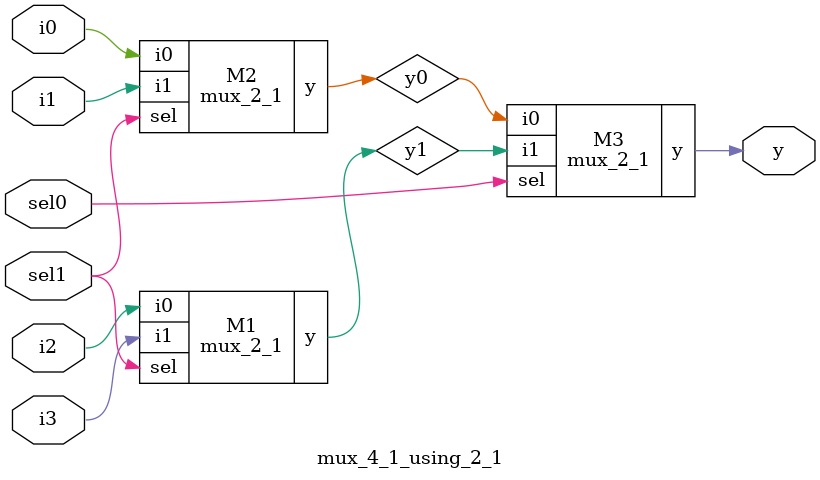
<source format=v>
module mux_2_1(
	input sel,
	input i0,i1,
	output reg y
);

always @(*) begin
	y = sel ? i1 : i0;
end 
endmodule 

module mux_4_1_using_2_1(
	input sel0,sel1,
	input i0,i1,i2,i3,
	output y
);

	wire y0,y1;
	
	mux_2_1 M1(sel1,i2,i3,y1);
	mux_2_1 M2(sel1,i0,i1,y0);
	mux_2_1 M3(sel0,y0,y1,y);
endmodule 
</source>
